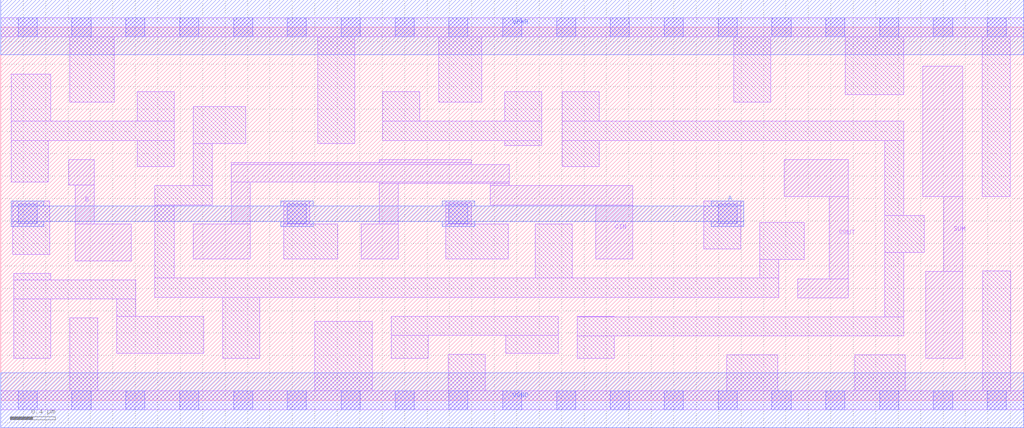
<source format=lef>
# Copyright 2020 The SkyWater PDK Authors
#
# Licensed under the Apache License, Version 2.0 (the "License");
# you may not use this file except in compliance with the License.
# You may obtain a copy of the License at
#
#     https://www.apache.org/licenses/LICENSE-2.0
#
# Unless required by applicable law or agreed to in writing, software
# distributed under the License is distributed on an "AS IS" BASIS,
# WITHOUT WARRANTIES OR CONDITIONS OF ANY KIND, either express or implied.
# See the License for the specific language governing permissions and
# limitations under the License.
#
# SPDX-License-Identifier: Apache-2.0

VERSION 5.5 ;
NAMESCASESENSITIVE ON ;
BUSBITCHARS "[]" ;
DIVIDERCHAR "/" ;
MACRO sky130_fd_sc_ls__fa_2
  CLASS CORE ;
  SOURCE USER ;
  ORIGIN  0.000000  0.000000 ;
  SIZE  9.120000 BY  3.330000 ;
  SYMMETRY X Y ;
  SITE unit ;
  PIN A
    ANTENNAPARTIALMETALSIDEAREA  4.683000 ;
    DIRECTION INPUT ;
    USE SIGNAL ;
    PORT
      LAYER met1 ;
        RECT 0.095000 1.550000 0.385000 1.595000 ;
        RECT 0.095000 1.595000 6.625000 1.735000 ;
        RECT 0.095000 1.735000 0.385000 1.780000 ;
        RECT 2.495000 1.550000 2.785000 1.595000 ;
        RECT 2.495000 1.735000 2.785000 1.780000 ;
        RECT 3.935000 1.550000 4.225000 1.595000 ;
        RECT 3.935000 1.735000 4.225000 1.780000 ;
        RECT 6.335000 1.550000 6.625000 1.595000 ;
        RECT 6.335000 1.735000 6.625000 1.780000 ;
    END
  END A
  PIN B
    ANTENNAGATEAREA  1.044000 ;
    DIRECTION INPUT ;
    USE SIGNAL ;
    PORT
      LAYER li1 ;
        RECT 0.605000 1.920000 0.835000 2.150000 ;
        RECT 0.665000 1.245000 1.165000 1.575000 ;
        RECT 0.665000 1.575000 0.835000 1.920000 ;
    END
  END B
  PIN CIN
    ANTENNAGATEAREA  0.783000 ;
    DIRECTION INPUT ;
    USE SIGNAL ;
    PORT
      LAYER li1 ;
        RECT 1.715000 1.260000 2.225000 1.575000 ;
        RECT 2.055000 1.575000 2.225000 1.950000 ;
        RECT 2.055000 1.950000 4.535000 2.105000 ;
        RECT 2.055000 2.105000 4.195000 2.120000 ;
        RECT 3.215000 1.260000 3.545000 1.575000 ;
        RECT 3.375000 1.575000 3.545000 1.935000 ;
        RECT 3.375000 1.935000 4.535000 1.950000 ;
        RECT 3.375000 2.120000 4.195000 2.150000 ;
        RECT 4.365000 1.745000 5.635000 1.915000 ;
        RECT 4.365000 1.915000 4.535000 1.935000 ;
        RECT 5.305000 1.260000 5.635000 1.745000 ;
    END
  END CIN
  PIN COUT
    ANTENNADIFFAREA  0.649600 ;
    DIRECTION OUTPUT ;
    USE SIGNAL ;
    PORT
      LAYER li1 ;
        RECT 6.985000 1.820000 7.555000 2.150000 ;
        RECT 7.105000 0.915000 7.555000 1.085000 ;
        RECT 7.385000 1.085000 7.555000 1.820000 ;
    END
  END COUT
  PIN SUM
    ANTENNADIFFAREA  0.543200 ;
    DIRECTION OUTPUT ;
    USE SIGNAL ;
    PORT
      LAYER li1 ;
        RECT 8.220000 1.820000 8.575000 2.980000 ;
        RECT 8.245000 0.375000 8.575000 1.150000 ;
        RECT 8.405000 1.150000 8.575000 1.820000 ;
    END
  END SUM
  PIN VGND
    DIRECTION INOUT ;
    SHAPE ABUTMENT ;
    USE GROUND ;
    PORT
      LAYER met1 ;
        RECT 0.000000 -0.245000 9.120000 0.245000 ;
    END
  END VGND
  PIN VNB
    DIRECTION INOUT ;
    USE GROUND ;
    PORT
    END
  END VNB
  PIN VPB
    DIRECTION INOUT ;
    USE POWER ;
    PORT
    END
  END VPB
  PIN VPWR
    DIRECTION INOUT ;
    SHAPE ABUTMENT ;
    USE POWER ;
    PORT
      LAYER met1 ;
        RECT 0.000000 3.085000 9.120000 3.575000 ;
    END
  END VPWR
  OBS
    LAYER li1 ;
      RECT 0.000000 -0.085000 9.120000 0.085000 ;
      RECT 0.000000  3.245000 9.120000 3.415000 ;
      RECT 0.095000  1.950000 0.425000 2.320000 ;
      RECT 0.095000  2.320000 1.545000 2.490000 ;
      RECT 0.095000  2.490000 0.445000 2.910000 ;
      RECT 0.105000  1.300000 0.435000 1.780000 ;
      RECT 0.115000  0.375000 0.445000 0.905000 ;
      RECT 0.115000  0.905000 1.205000 1.075000 ;
      RECT 0.115000  1.075000 0.445000 1.130000 ;
      RECT 0.615000  0.085000 0.865000 0.735000 ;
      RECT 0.615000  2.660000 1.010000 3.245000 ;
      RECT 1.035000  0.420000 1.810000 0.750000 ;
      RECT 1.035000  0.750000 1.205000 0.905000 ;
      RECT 1.215000  2.085000 1.545000 2.320000 ;
      RECT 1.215000  2.490000 1.545000 2.755000 ;
      RECT 1.375000  0.920000 6.935000 1.090000 ;
      RECT 1.375000  1.090000 1.545000 1.745000 ;
      RECT 1.375000  1.745000 1.885000 1.915000 ;
      RECT 1.715000  1.915000 1.885000 2.290000 ;
      RECT 1.715000  2.290000 2.185000 2.620000 ;
      RECT 1.980000  0.375000 2.310000 0.920000 ;
      RECT 2.525000  1.260000 3.005000 1.575000 ;
      RECT 2.525000  1.575000 2.755000 1.780000 ;
      RECT 2.800000  0.085000 3.310000 0.705000 ;
      RECT 2.825000  2.290000 3.155000 3.245000 ;
      RECT 3.405000  2.320000 4.825000 2.490000 ;
      RECT 3.405000  2.490000 3.735000 2.755000 ;
      RECT 3.480000  0.375000 3.810000 0.580000 ;
      RECT 3.480000  0.580000 4.970000 0.750000 ;
      RECT 3.905000  2.660000 4.290000 3.245000 ;
      RECT 3.965000  1.260000 4.525000 1.575000 ;
      RECT 3.965000  1.575000 4.195000 1.765000 ;
      RECT 3.990000  0.085000 4.320000 0.410000 ;
      RECT 4.495000  2.275000 4.825000 2.320000 ;
      RECT 4.495000  2.490000 4.825000 2.755000 ;
      RECT 4.500000  0.420000 4.970000 0.580000 ;
      RECT 4.765000  1.090000 5.095000 1.575000 ;
      RECT 5.005000  2.085000 5.335000 2.320000 ;
      RECT 5.005000  2.320000 8.050000 2.490000 ;
      RECT 5.005000  2.490000 5.335000 2.755000 ;
      RECT 5.140000  0.375000 5.470000 0.575000 ;
      RECT 5.140000  0.575000 8.050000 0.745000 ;
      RECT 5.140000  0.745000 5.470000 0.750000 ;
      RECT 6.265000  1.350000 6.595000 1.780000 ;
      RECT 6.470000  0.085000 6.925000 0.405000 ;
      RECT 6.535000  2.660000 6.865000 3.245000 ;
      RECT 6.765000  1.090000 6.935000 1.255000 ;
      RECT 6.765000  1.255000 7.165000 1.585000 ;
      RECT 7.530000  2.730000 8.050000 3.245000 ;
      RECT 7.615000  0.085000 8.065000 0.405000 ;
      RECT 7.880000  0.745000 8.050000 1.320000 ;
      RECT 7.880000  1.320000 8.235000 1.650000 ;
      RECT 7.880000  1.650000 8.050000 2.320000 ;
      RECT 8.750000  1.820000 9.000000 3.245000 ;
      RECT 8.755000  0.085000 9.005000 1.155000 ;
    LAYER mcon ;
      RECT 0.155000 -0.085000 0.325000 0.085000 ;
      RECT 0.155000  1.580000 0.325000 1.750000 ;
      RECT 0.155000  3.245000 0.325000 3.415000 ;
      RECT 0.635000 -0.085000 0.805000 0.085000 ;
      RECT 0.635000  3.245000 0.805000 3.415000 ;
      RECT 1.115000 -0.085000 1.285000 0.085000 ;
      RECT 1.115000  3.245000 1.285000 3.415000 ;
      RECT 1.595000 -0.085000 1.765000 0.085000 ;
      RECT 1.595000  3.245000 1.765000 3.415000 ;
      RECT 2.075000 -0.085000 2.245000 0.085000 ;
      RECT 2.075000  3.245000 2.245000 3.415000 ;
      RECT 2.555000 -0.085000 2.725000 0.085000 ;
      RECT 2.555000  1.580000 2.725000 1.750000 ;
      RECT 2.555000  3.245000 2.725000 3.415000 ;
      RECT 3.035000 -0.085000 3.205000 0.085000 ;
      RECT 3.035000  3.245000 3.205000 3.415000 ;
      RECT 3.515000 -0.085000 3.685000 0.085000 ;
      RECT 3.515000  3.245000 3.685000 3.415000 ;
      RECT 3.995000 -0.085000 4.165000 0.085000 ;
      RECT 3.995000  1.580000 4.165000 1.750000 ;
      RECT 3.995000  3.245000 4.165000 3.415000 ;
      RECT 4.475000 -0.085000 4.645000 0.085000 ;
      RECT 4.475000  3.245000 4.645000 3.415000 ;
      RECT 4.955000 -0.085000 5.125000 0.085000 ;
      RECT 4.955000  3.245000 5.125000 3.415000 ;
      RECT 5.435000 -0.085000 5.605000 0.085000 ;
      RECT 5.435000  3.245000 5.605000 3.415000 ;
      RECT 5.915000 -0.085000 6.085000 0.085000 ;
      RECT 5.915000  3.245000 6.085000 3.415000 ;
      RECT 6.395000 -0.085000 6.565000 0.085000 ;
      RECT 6.395000  1.580000 6.565000 1.750000 ;
      RECT 6.395000  3.245000 6.565000 3.415000 ;
      RECT 6.875000 -0.085000 7.045000 0.085000 ;
      RECT 6.875000  3.245000 7.045000 3.415000 ;
      RECT 7.355000 -0.085000 7.525000 0.085000 ;
      RECT 7.355000  3.245000 7.525000 3.415000 ;
      RECT 7.835000 -0.085000 8.005000 0.085000 ;
      RECT 7.835000  3.245000 8.005000 3.415000 ;
      RECT 8.315000 -0.085000 8.485000 0.085000 ;
      RECT 8.315000  3.245000 8.485000 3.415000 ;
      RECT 8.795000 -0.085000 8.965000 0.085000 ;
      RECT 8.795000  3.245000 8.965000 3.415000 ;
  END
END sky130_fd_sc_ls__fa_2
END LIBRARY

</source>
